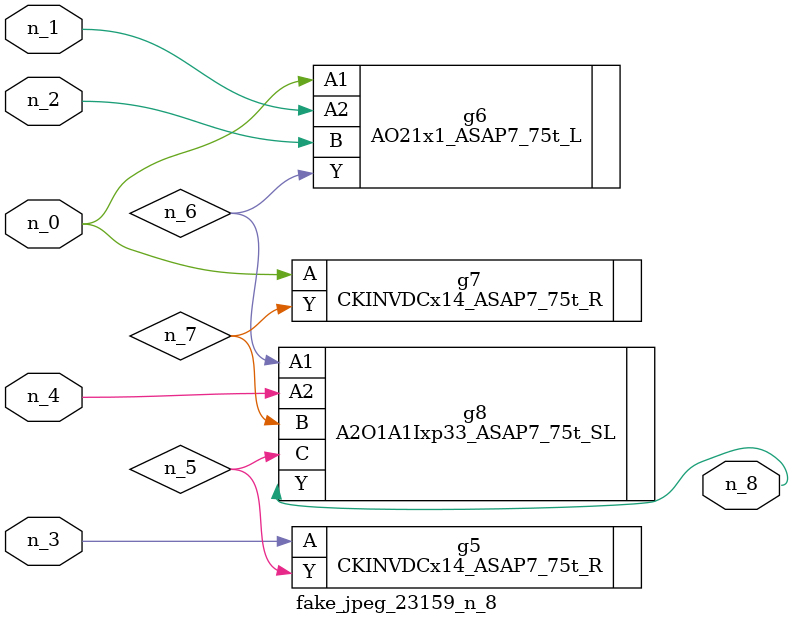
<source format=v>
module fake_jpeg_23159_n_8 (n_3, n_2, n_1, n_0, n_4, n_8);

input n_3;
input n_2;
input n_1;
input n_0;
input n_4;

output n_8;

wire n_6;
wire n_5;
wire n_7;

CKINVDCx14_ASAP7_75t_R g5 ( 
.A(n_3),
.Y(n_5)
);

AO21x1_ASAP7_75t_L g6 ( 
.A1(n_0),
.A2(n_1),
.B(n_2),
.Y(n_6)
);

CKINVDCx14_ASAP7_75t_R g7 ( 
.A(n_0),
.Y(n_7)
);

A2O1A1Ixp33_ASAP7_75t_SL g8 ( 
.A1(n_6),
.A2(n_4),
.B(n_7),
.C(n_5),
.Y(n_8)
);


endmodule
</source>
